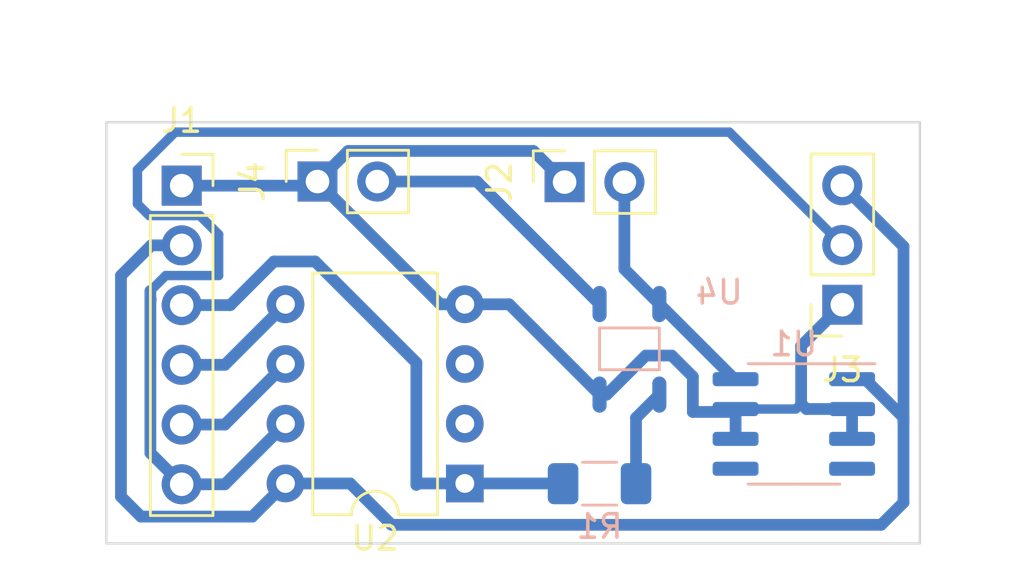
<source format=kicad_pcb>
(kicad_pcb (version 20211014) (generator pcbnew)
  (layers (0 "F.Cu" signal) (31 "B.Cu" signal) (34 "B.Paste" user) (35 "F.Paste" user) (36 "B.SilkS" user "B.Silkscreen") (37 "F.SilkS" user "F.Silkscreen") (38 "B.Mask" user) (39 "F.Mask" user) (44 "Edge.Cuts" user))
  (net 0 "")
  (net 1 "Net-(R1-Pad2)")
  (net 2 "+5V")
  (net 3 "GND")
  (net 6 "+7.5V")
  (net 9 "Sens")
  (net 10 "Net-(J1-Pad3)")
  (net 11 "Net-(J1-Pad4)")
  (net 12 "Net-(J1-Pad5)")
  (net 13 "Net-(U4-Pad3)")
  (footprint "Package_DIP:DIP-8_W7.62mm" (layer "F.Cu") (at 153.66 101.59 180)
    (fp_text reference "U2" (at 3.81 -2.33) (layer "F.SilkS"))
    (fp_text value "ATtiny25-20P")
    (fp_line (start 1.16 8.95) (end 6.46 8.95) (layer "F.SilkS") (width 0.12))
    (fp_line (start 6.46 -1.33) (end 4.81 -1.33) (layer "F.SilkS") (width 0.12))
    (fp_line (start 6.46 8.95) (end 6.46 -1.33) (layer "F.SilkS") (width 0.12))
    (fp_line (start 2.81 -1.33) (end 1.16 -1.33) (layer "F.SilkS") (width 0.12))
    (fp_line (start 1.16 -1.33) (end 1.16 8.95) (layer "F.SilkS") (width 0.12))
    (fp_arc (start 4.81 -1.33) (mid 3.81 -0.33) (end 2.81 -1.33) (layer "F.SilkS") (width 0.12))
    (pad "1" thru_hole rect locked (at 0 0 180) (size 1.6 1.6) (drill 0.8) (layers *.Cu *.Mask) (net 10 "Net-(J1-Pad3)"))
    (pad "2" thru_hole oval locked (at 0 2.54 180) (size 1.6 1.6) (drill 0.8) (layers *.Cu *.Mask))
    (pad "3" thru_hole oval locked (at 0 5.08 180) (size 1.6 1.6) (drill 0.8) (layers *.Cu *.Mask))
    (pad "4" thru_hole oval locked (at 0 7.62 180) (size 1.6 1.6) (drill 0.8) (layers *.Cu *.Mask) (net 3 "GND"))
    (pad "5" thru_hole oval locked (at 7.62 7.62 180) (size 1.6 1.6) (drill 0.8) (layers *.Cu *.Mask) (net 11 "Net-(J1-Pad4)"))
    (pad "6" thru_hole oval locked (at 7.62 5.08 180) (size 1.6 1.6) (drill 0.8) (layers *.Cu *.Mask) (net 12 "Net-(J1-Pad5)"))
    (pad "7" thru_hole oval locked (at 7.62 2.54 180) (size 1.6 1.6) (drill 0.8) (layers *.Cu *.Mask) (net 9 "Sens"))
    (pad "8" thru_hole oval locked (at 7.62 0 180) (size 1.6 1.6) (drill 0.8) (layers *.Cu *.Mask) (net 2 "+5V"))
  )
  (footprint "Connector_PinSocket_2.54mm:PinSocket_1x02_P2.54mm_Vertical" (layer "F.Cu") (at 147.4 88.75 90)
    (fp_text reference "J4" (at 0 -2.77 90) (layer "F.SilkS"))
    (fp_text value "Conn_01x02_Female")
    (fp_line (start 0 -1.33) (end 1.33 -1.33) (layer "F.SilkS") (width 0.12))
    (fp_line (start 1.33 1.27) (end 1.33 3.87) (layer "F.SilkS") (width 0.12))
    (fp_line (start -1.33 1.27) (end 1.33 1.27) (layer "F.SilkS") (width 0.12))
    (fp_line (start -1.33 3.87) (end 1.33 3.87) (layer "F.SilkS") (width 0.12))
    (fp_line (start 1.33 -1.33) (end 1.33 0) (layer "F.SilkS") (width 0.12))
    (fp_line (start -1.33 1.27) (end -1.33 3.87) (layer "F.SilkS") (width 0.12))
    (pad "1" thru_hole rect locked (at 0 0 90) (size 1.7 1.7) (drill 1) (layers *.Cu *.Mask) (net 3 "GND"))
    (pad "2" thru_hole oval locked (at 0 2.54 90) (size 1.7 1.7) (drill 1) (layers *.Cu *.Mask) (net 13 "Net-(U4-Pad3)"))
  )
  (footprint "Connector_PinSocket_2.54mm:PinSocket_1x03_P2.54mm_Vertical" (layer "F.Cu") (at 169.7 93.99 180)
    (fp_text reference "J3" (at 0 -2.77) (layer "F.SilkS"))
    (fp_text value "Conn_01x03_Female")
    (fp_line (start -1.33 1.27) (end 1.33 1.27) (layer "F.SilkS") (width 0.12))
    (fp_line (start 1.33 -1.33) (end 1.33 0) (layer "F.SilkS") (width 0.12))
    (fp_line (start -1.33 6.41) (end 1.33 6.41) (layer "F.SilkS") (width 0.12))
    (fp_line (start 0 -1.33) (end 1.33 -1.33) (layer "F.SilkS") (width 0.12))
    (fp_line (start -1.33 1.27) (end -1.33 6.41) (layer "F.SilkS") (width 0.12))
    (fp_line (start 1.33 1.27) (end 1.33 6.41) (layer "F.SilkS") (width 0.12))
    (pad "1" thru_hole rect locked (at 0 0 180) (size 1.7 1.7) (drill 1) (layers *.Cu *.Mask) (net 3 "GND"))
    (pad "2" thru_hole oval locked (at 0 2.54 180) (size 1.7 1.7) (drill 1) (layers *.Cu *.Mask) (net 9 "Sens"))
    (pad "3" thru_hole oval locked (at 0 5.08 180) (size 1.7 1.7) (drill 1) (layers *.Cu *.Mask) (net 2 "+5V"))
  )
  (footprint "Connector_PinSocket_2.54mm:PinSocket_1x06_P2.54mm_Vertical" (layer "F.Cu") (at 141.63 88.925)
    (fp_text reference "J1" (at 0 -2.77) (layer "F.SilkS"))
    (fp_text value "Conn_01x06_Female")
    (fp_line (start 1.33 1.27) (end 1.33 14.03) (layer "F.SilkS") (width 0.12))
    (fp_line (start 0 -1.33) (end 1.33 -1.33) (layer "F.SilkS") (width 0.12))
    (fp_line (start -1.33 14.03) (end 1.33 14.03) (layer "F.SilkS") (width 0.12))
    (fp_line (start -1.33 1.27) (end -1.33 14.03) (layer "F.SilkS") (width 0.12))
    (fp_line (start -1.33 1.27) (end 1.33 1.27) (layer "F.SilkS") (width 0.12))
    (fp_line (start 1.33 -1.33) (end 1.33 0) (layer "F.SilkS") (width 0.12))
    (pad "1" thru_hole rect locked (at 0 0) (size 1.7 1.7) (drill 1) (layers *.Cu *.Mask) (net 3 "GND"))
    (pad "2" thru_hole oval locked (at 0 2.54) (size 1.7 1.7) (drill 1) (layers *.Cu *.Mask) (net 2 "+5V"))
    (pad "3" thru_hole oval locked (at 0 5.08) (size 1.7 1.7) (drill 1) (layers *.Cu *.Mask) (net 10 "Net-(J1-Pad3)"))
    (pad "4" thru_hole oval locked (at 0 7.62) (size 1.7 1.7) (drill 1) (layers *.Cu *.Mask) (net 11 "Net-(J1-Pad4)"))
    (pad "5" thru_hole oval locked (at 0 10.16) (size 1.7 1.7) (drill 1) (layers *.Cu *.Mask) (net 12 "Net-(J1-Pad5)"))
    (pad "6" thru_hole oval locked (at 0 12.7) (size 1.7 1.7) (drill 1) (layers *.Cu *.Mask) (net 9 "Sens"))
  )
  (footprint "Connector_PinSocket_2.54mm:PinSocket_1x02_P2.54mm_Vertical" (layer "F.Cu") (at 157.9 88.775 90)
    (fp_text reference "J2" (at 0 -2.77 90) (layer "F.SilkS"))
    (fp_text value "Conn_01x02_Female")
    (fp_line (start 1.33 -1.33) (end 1.33 0) (layer "F.SilkS") (width 0.12))
    (fp_line (start 1.33 1.27) (end 1.33 3.87) (layer "F.SilkS") (width 0.12))
    (fp_line (start -1.33 3.87) (end 1.33 3.87) (layer "F.SilkS") (width 0.12))
    (fp_line (start 0 -1.33) (end 1.33 -1.33) (layer "F.SilkS") (width 0.12))
    (fp_line (start -1.33 1.27) (end 1.33 1.27) (layer "F.SilkS") (width 0.12))
    (fp_line (start -1.33 1.27) (end -1.33 3.87) (layer "F.SilkS") (width 0.12))
    (pad "1" thru_hole rect locked (at 0 0 90) (size 1.7 1.7) (drill 1) (layers *.Cu *.Mask) (net 3 "GND"))
    (pad "2" thru_hole oval locked (at 0 2.54 90) (size 1.7 1.7) (drill 1) (layers *.Cu *.Mask) (net 6 "+7.5V"))
  )
  (footprint "Resistor_SMD:R_1206_3216Metric_Pad1.30x1.75mm_HandSolder" (layer "B.Cu") (at 159.385 101.6)
    (fp_text reference "R1" (at 0 1.82) (layer "B.SilkS") (effects (justify mirror)))
    (fp_text value "100")
    (fp_line (start -0.727064 0.91) (end 0.727064 0.91) (layer "B.SilkS") (width 0.12))
    (fp_line (start -0.727064 -0.91) (end 0.727064 -0.91) (layer "B.SilkS") (width 0.12))
    (pad "1" smd roundrect locked (at -1.55 0) (size 1.3 1.75) (layers "B.Cu" "B.Paste" "B.Mask") (roundrect_rratio 0.1923076923) (net 10 "Net-(J1-Pad3)"))
    (pad "2" smd roundrect locked (at 1.55 0) (size 1.3 1.75) (layers "B.Cu" "B.Paste" "B.Mask") (roundrect_rratio 0.1923076923) (net 1 "Net-(R1-Pad2)"))
  )
  (footprint "Package_SO:SOIC-8_3.9x4.9mm_P1.27mm" (layer "B.Cu") (at 167.64 99.06 180)
    (fp_text reference "U1" (at 0 3.4) (layer "B.SilkS") (effects (justify mirror)))
    (fp_text value "L78L05_SO8")
    (fp_line (start 0 -2.56) (end -1.95 -2.56) (layer "B.SilkS") (width 0.12))
    (fp_line (start 0 -2.56) (end 1.95 -2.56) (layer "B.SilkS") (width 0.12))
    (fp_line (start 0 2.56) (end 1.95 2.56) (layer "B.SilkS") (width 0.12))
    (fp_line (start 0 2.56) (end -3.45 2.56) (layer "B.SilkS") (width 0.12))
    (pad "1" smd roundrect locked (at -2.475 1.905 180) (size 1.95 0.6) (layers "B.Cu" "B.Paste" "B.Mask") (net 2 "+5V"))
    (pad "2" smd roundrect locked (at -2.475 0.635 180) (size 1.95 0.6) (layers "B.Cu" "B.Paste" "B.Mask") (net 3 "GND"))
    (pad "3" smd roundrect locked (at -2.475 -0.635 180) (size 1.95 0.6) (layers "B.Cu" "B.Paste" "B.Mask") (net 3 "GND"))
    (pad "4" smd roundrect locked (at -2.475 -1.905 180) (size 1.95 0.6) (layers "B.Cu" "B.Paste" "B.Mask"))
    (pad "5" smd roundrect locked (at 2.475 -1.905 180) (size 1.95 0.6) (layers "B.Cu" "B.Paste" "B.Mask"))
    (pad "6" smd roundrect locked (at 2.475 -0.635 180) (size 1.95 0.6) (layers "B.Cu" "B.Paste" "B.Mask") (net 3 "GND"))
    (pad "7" smd roundrect locked (at 2.475 0.635 180) (size 1.95 0.6) (layers "B.Cu" "B.Paste" "B.Mask") (net 3 "GND"))
    (pad "8" smd roundrect locked (at 2.475 1.905 180) (size 1.95 0.6) (layers "B.Cu" "B.Paste" "B.Mask") (net 6 "+7.5V"))
  )
  (footprint "enterprise:CPC1020N" (layer "B.Cu") (at 161.925 93.96 180)
    (fp_text reference "U4" (at -2.54 0.5 unlocked) (layer "B.SilkS") (effects (justify mirror)))
    (fp_text value "CPC1020N")
    (fp_line (start 0 -2.794) (end 0 -1.016) (layer "B.SilkS") (width 0.12))
    (fp_line (start 0 -1.016) (end 2.54 -1.016) (layer "B.SilkS") (width 0.12))
    (fp_line (start 2.54 -2.794) (end 0 -2.794) (layer "B.SilkS") (width 0.12))
    (fp_line (start 2.54 -1.016) (end 2.54 -2.794) (layer "B.SilkS") (width 0.12))
    (pad "1" smd oval (at 0 -3.85 90) (size 1.54 0.6) (layers "B.Cu" "B.Paste" "B.Mask") (net 1 "Net-(R1-Pad2)"))
    (pad "2" smd oval (at 2.54 -3.85 90) (size 1.54 0.6) (layers "B.Cu" "B.Paste" "B.Mask") (net 3 "GND"))
    (pad "3" smd oval (at 2.54 0 90) (size 1.54 0.6) (layers "B.Cu" "B.Paste" "B.Mask") (net 13 "Net-(U4-Pad3)"))
    (pad "4" smd oval (at 0 0 90) (size 1.54 0.6) (layers "B.Cu" "B.Paste" "B.Mask") (net 6 "+7.5V"))
  )
  (gr_rect (start 138.43 86.23) (end 172.995 104.14) (layer "Edge.Cuts") (width 0.1) (fill none))
  (segment (start 160.935 101.6) (end 160.935 98.8) (width 0.5) (layer "B.Cu") (net 1))
  (segment (start 160.935 98.8) (end 161.925 97.81) (width 0.5) (layer "B.Cu") (net 1))
  (segment (start 139.05 92.75) (end 139.05 102.15) (width 0.5) (layer "B.Cu") (net 2))
  (segment (start 141.63 91.465) (end 140.335 91.465) (width 0.5) (layer "B.Cu") (net 2))
  (segment (start 148.79 101.59) (end 150.55 103.35) (width 0.5) (layer "B.Cu") (net 2))
  (segment (start 140.335 91.465) (end 139.05 92.75) (width 0.5) (layer "B.Cu") (net 2))
  (segment (start 172.3 98.786472) (end 170.668528 97.155) (width 0.5) (layer "B.Cu") (net 2))
  (segment (start 150.55 103.35) (end 171.35 103.35) (width 0.5) (layer "B.Cu") (net 2))
  (segment (start 172.3 102.4) (end 172.3 98.95) (width 0.5) (layer "B.Cu") (net 2))
  (segment (start 172.3 91.51) (end 172.3 98.95) (width 0.5) (layer "B.Cu") (net 2))
  (segment (start 171.35 103.35) (end 172.3 102.4) (width 0.5) (layer "B.Cu") (net 2))
  (segment (start 146.04 101.59) (end 148.79 101.59) (width 0.5) (layer "B.Cu") (net 2))
  (segment (start 139.05 102.15) (end 139.9 103) (width 0.5) (layer "B.Cu") (net 2))
  (segment (start 139.9 103) (end 144.63 103) (width 0.5) (layer "B.Cu") (net 2))
  (segment (start 172.3 98.95) (end 172.3 98.786472) (width 0.5) (layer "B.Cu") (net 2))
  (segment (start 169.7 88.91) (end 172.3 91.51) (width 0.5) (layer "B.Cu") (net 2))
  (segment (start 144.63 103) (end 146.04 101.59) (width 0.5) (layer "B.Cu") (net 2))
  (segment (start 170.668528 97.155) (end 170.115 97.155) (width 0.5) (layer "B.Cu") (net 2))
  (segment (start 167.95 98.2) (end 168.175 98.425) (width 0.5) (layer "B.Cu") (net 3))
  (segment (start 141.63 88.925) (end 147.225 88.925) (width 0.5) (layer "B.Cu") (net 3))
  (segment (start 163.35 98.55) (end 165.04 98.55) (width 0.5) (layer "B.Cu") (net 3))
  (segment (start 167.725 98.425) (end 167.95 98.2) (width 0.4) (layer "B.Cu") (net 3))
  (segment (start 157.9 88.775) (end 156.575 87.45) (width 0.5) (layer "B.Cu") (net 3))
  (segment (start 161.35 96.15) (end 162.45 96.15) (width 0.5) (layer "B.Cu") (net 3))
  (segment (start 155.545 93.97) (end 159.385 97.81) (width 0.5) (layer "B.Cu") (net 3))
  (segment (start 165.165 98.425) (end 165.165 99.695) (width 0.5) (layer "B.Cu") (net 3))
  (segment (start 147.4 88.75) (end 152.62 93.97) (width 0.5) (layer "B.Cu") (net 3))
  (segment (start 159.385 97.81) (end 159.69 97.81) (width 0.5) (layer "B.Cu") (net 3))
  (segment (start 165.165 98.425) (end 167.725 98.425) (width 0.4) (layer "B.Cu") (net 3))
  (segment (start 162.45 96.15) (end 163.35 97.05) (width 0.5) (layer "B.Cu") (net 3))
  (segment (start 170.115 99.695) (end 170.115 98.425) (width 0.5) (layer "B.Cu") (net 3))
  (segment (start 152.62 93.97) (end 153.66 93.97) (width 0.5) (layer "B.Cu") (net 3))
  (segment (start 153.66 93.97) (end 155.545 93.97) (width 0.5) (layer "B.Cu") (net 3))
  (segment (start 159.69 97.81) (end 161.35 96.15) (width 0.5) (layer "B.Cu") (net 3))
  (segment (start 148.7 87.45) (end 147.4 88.75) (width 0.5) (layer "B.Cu") (net 3))
  (segment (start 167.95 95.74) (end 167.95 98.2) (width 0.5) (layer "B.Cu") (net 3))
  (segment (start 169.7 93.99) (end 167.95 95.74) (width 0.5) (layer "B.Cu") (net 3))
  (segment (start 156.575 87.45) (end 148.7 87.45) (width 0.5) (layer "B.Cu") (net 3))
  (segment (start 168.175 98.425) (end 170.115 98.425) (width 0.5) (layer "B.Cu") (net 3))
  (segment (start 147.225 88.925) (end 147.4 88.75) (width 0.5) (layer "B.Cu") (net 3))
  (segment (start 163.35 97.05) (end 163.35 98.55) (width 0.5) (layer "B.Cu") (net 3))
  (segment (start 165.04 98.55) (end 165.165 98.425) (width 0.5) (layer "B.Cu") (net 3))
  (segment (start 165.165 97.155) (end 165.12 97.155) (width 0.5) (layer "B.Cu") (net 6))
  (segment (start 165.12 97.155) (end 161.925 93.96) (width 0.5) (layer "B.Cu") (net 6))
  (segment (start 160.44 88.775) (end 160.44 92.475) (width 0.5) (layer "B.Cu") (net 6))
  (segment (start 160.44 92.475) (end 161.925 93.96) (width 0.5) (layer "B.Cu") (net 6))
  (segment (start 140.3 100.295) (end 140.3 93.78495) (width 0.5) (layer "B.Cu") (net 9))
  (segment (start 141.35 86.65) (end 164.9 86.65) (width 0.4) (layer "B.Cu") (net 9))
  (segment (start 140.3 93.4) (end 140.95 92.75) (width 0.4) (layer "B.Cu") (net 9))
  (segment (start 164.9 86.65) (end 169.7 91.45) (width 0.4) (layer "B.Cu") (net 9))
  (segment (start 140.3 93.78495) (end 140.317475 93.767475) (width 0.5) (layer "B.Cu") (net 9))
  (segment (start 141.63 101.625) (end 140.3 100.295) (width 0.5) (layer "B.Cu") (net 9))
  (segment (start 140.3 93.78495) (end 140.3 93.4) (width 0.5) (layer "B.Cu") (net 9))
  (segment (start 141.63 101.625) (end 143.465 101.625) (width 0.5) (layer "B.Cu") (net 9))
  (segment (start 143.2 91) (end 142.4 90.2) (width 0.4) (layer "B.Cu") (net 9))
  (segment (start 139.75 89.7) (end 139.75 88.25) (width 0.4) (layer "B.Cu") (net 9))
  (segment (start 140.25 90.2) (end 139.75 89.7) (width 0.4) (layer "B.Cu") (net 9))
  (segment (start 142.4 90.2) (end 140.25 90.2) (width 0.4) (layer "B.Cu") (net 9))
  (segment (start 140.95 92.75) (end 143.2 92.75) (width 0.4) (layer "B.Cu") (net 9))
  (segment (start 143.2 92.75) (end 143.2 91) (width 0.4) (layer "B.Cu") (net 9))
  (segment (start 139.75 88.25) (end 141.35 86.65) (width 0.4) (layer "B.Cu") (net 9))
  (segment (start 143.465 101.625) (end 146.04 99.05) (width 0.5) (layer "B.Cu") (net 9))
  (segment (start 141.63 94.005) (end 143.695 94.005) (width 0.5) (layer "B.Cu") (net 10))
  (segment (start 153.66 101.59) (end 157.825 101.59) (width 0.5) (layer "B.Cu") (net 10))
  (segment (start 147.3 92.15) (end 151.6 96.45) (width 0.5) (layer "B.Cu") (net 10))
  (segment (start 151.6 96.45) (end 151.6 101.65) (width 0.5) (layer "B.Cu") (net 10))
  (segment (start 145.55 92.15) (end 147.3 92.15) (width 0.5) (layer "B.Cu") (net 10))
  (segment (start 151.6 101.65) (end 151.66 101.59) (width 0.5) (layer "B.Cu") (net 10))
  (segment (start 143.695 94.005) (end 145.55 92.15) (width 0.5) (layer "B.Cu") (net 10))
  (segment (start 151.66 101.59) (end 153.66 101.59) (width 0.5) (layer "B.Cu") (net 10))
  (segment (start 157.825 101.59) (end 157.835 101.6) (width 0.5) (layer "B.Cu") (net 10))
  (segment (start 143.465 96.545) (end 146.04 93.97) (width 0.5) (layer "B.Cu") (net 11))
  (segment (start 141.63 96.545) (end 143.465 96.545) (width 0.5) (layer "B.Cu") (net 11))
  (segment (start 143.465 99.085) (end 146.04 96.51) (width 0.5) (layer "B.Cu") (net 12))
  (segment (start 141.63 99.085) (end 143.465 99.085) (width 0.5) (layer "B.Cu") (net 12))
  (segment (start 154.175 88.75) (end 159.385 93.96) (width 0.5) (layer "B.Cu") (net 13))
  (segment (start 149.94 88.75) (end 154.175 88.75) (width 0.5) (layer "B.Cu") (net 13))
)
</source>
